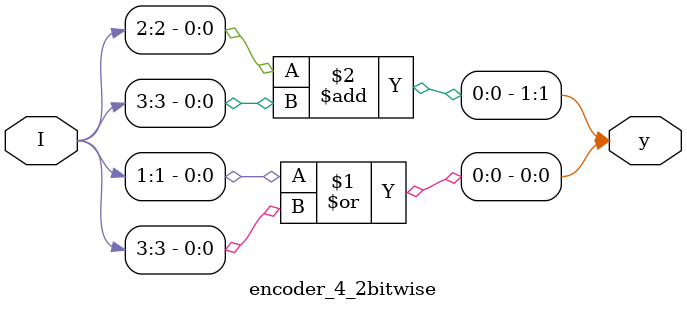
<source format=v>
`timescale 1ns / 1ps


module encoder_4_2bitwise(
output [1:0]y,
input [3:0]I
   ); 
assign y[0]=I[1]|I[3];
assign y[1]=I[2]+I[3];
endmodule

</source>
